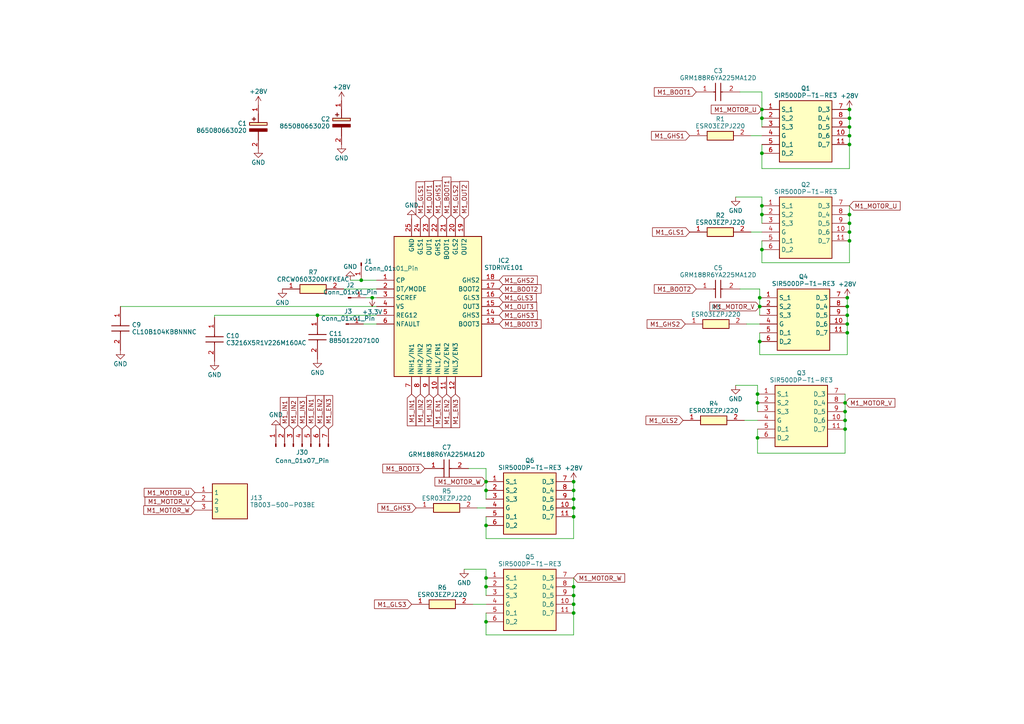
<source format=kicad_sch>
(kicad_sch (version 20230121) (generator eeschema)
  (paper "A4")
  (lib_symbols
    (symbol "865080663020:865080663020" (pin_names hide)
      (property "Reference" "C" (at 8.89 6.35 0))
      (property "Value" "865080663020" (at 8.89 3.81 0))
      (symbol "865080663020_1_1"
        (polyline (pts (xy 2.54 0) (xy 5.08 0)) (stroke (width 0.254)))
        (polyline (pts (xy 4.064 1.778) (xy 4.064 0.762)) (stroke (width 0.254)))
        (polyline (pts (xy 4.572 1.27) (xy 3.556 1.27)) (stroke (width 0.254)))
        (polyline (pts (xy 7.62 0) (xy 10.16 0)) (stroke (width 0.254)))
        (polyline (pts (xy 7.62 2.54) (xy 7.62 -2.54) (xy 6.858 -2.54) (xy 6.858 2.54) (xy 7.62 2.54)) (stroke (width 0.254)) (fill (type outline)))
        (rectangle (start 5.08 2.54) (end 5.842 -2.54) (stroke (width 0.254)) (fill (type background)))
        (pin passive line (at 0 0 0) (length 2.54) (name "+") (number "1"))
        (pin passive line (at 12.7 0 180) (length 2.54) (name "-") (number "2"))
      )
    )
    (symbol "885012207100:885012207100" (pin_names hide)
      (property "Reference" "C" (at 8.89 6.35 0))
      (property "Value" "885012207100" (at 8.89 3.81 0))
      (symbol "885012207100_1_1"
        (polyline (pts (xy 5.08 0) (xy 5.588 0)) (stroke (width 0.254)))
        (polyline (pts (xy 5.588 2.54) (xy 5.588 -2.54)) (stroke (width 0.254)))
        (polyline (pts (xy 7.112 0) (xy 7.62 0)) (stroke (width 0.254)))
        (polyline (pts (xy 7.112 2.54) (xy 7.112 -2.54)) (stroke (width 0.254)))
        (pin passive line (at 0 0 0) (length 5.08) (name "1") (number "1"))
        (pin passive line (at 12.7 0 180) (length 5.08) (name "2") (number "2"))
      )
    )
    (symbol "C3216X5R1V226M160AC:C3216X5R1V226M160AC" (pin_names hide)
      (property "Reference" "C" (at 8.89 6.35 0))
      (property "Value" "C3216X5R1V226M160AC" (at 8.89 3.81 0))
      (symbol "C3216X5R1V226M160AC_1_1"
        (polyline (pts (xy 5.08 0) (xy 5.588 0)) (stroke (width 0.254)))
        (polyline (pts (xy 5.588 2.54) (xy 5.588 -2.54)) (stroke (width 0.254)))
        (polyline (pts (xy 7.112 0) (xy 7.62 0)) (stroke (width 0.254)))
        (polyline (pts (xy 7.112 2.54) (xy 7.112 -2.54)) (stroke (width 0.254)))
        (pin passive line (at 0 0 0) (length 5.08) (name "1") (number "1"))
        (pin passive line (at 12.7 0 180) (length 5.08) (name "2") (number "2"))
      )
    )
    (symbol "CL10B104KB8NNNC:CL10B104KB8NNNC" (pin_names hide)
      (property "Reference" "C" (at 8.89 6.35 0))
      (property "Value" "CL10B104KB8NNNC" (at 8.89 3.81 0))
      (symbol "CL10B104KB8NNNC_1_1"
        (polyline (pts (xy 5.08 0) (xy 5.588 0)) (stroke (width 0.254)))
        (polyline (pts (xy 5.588 2.54) (xy 5.588 -2.54)) (stroke (width 0.254)))
        (polyline (pts (xy 7.112 0) (xy 7.62 0)) (stroke (width 0.254)))
        (polyline (pts (xy 7.112 2.54) (xy 7.112 -2.54)) (stroke (width 0.254)))
        (pin passive line (at 0 0 0) (length 5.08) (name "1") (number "1"))
        (pin passive line (at 12.7 0 180) (length 5.08) (name "2") (number "2"))
      )
    )
    (symbol "CRCW0603200KFKEAC:CRCW0603200KFKEAC" (pin_names hide)
      (property "Reference" "R" (at 13.97 6.35 0))
      (property "Value" "CRCW0603200KFKEAC" (at 13.97 3.81 0))
      (symbol "CRCW0603200KFKEAC_1_1"
        (rectangle (start 5.08 1.27) (end 12.7 -1.27) (stroke (width 0.254)) (fill (type background)))
        (pin passive line (at 0 0 0) (length 5.08) (name "1") (number "1"))
        (pin passive line (at 17.78 0 180) (length 5.08) (name "2") (number "2"))
      )
    )
    (symbol "Connector:Conn_01x01_Pin" (pin_names (offset 1.016) hide)
      (property "Reference" "J" (at 0 2.54 0))
      (property "Value" "Conn_01x01_Pin" (at 0 -2.54 0))
      (symbol "Conn_01x01_Pin_1_1"
        (polyline (pts (xy 1.27 0) (xy 0.8636 0)) (stroke (width 0.1524)))
        (rectangle (start 0.8636 0.127) (end 0 -0.127) (stroke (width 0.1524)) (fill (type outline)))
        (pin passive line (at 5.08 0 180) (length 3.81) (name "Pin_1") (number "1"))
      )
    )
    (symbol "Connector:Conn_01x07_Pin" (pin_names (offset 1.016) hide)
      (property "Reference" "J" (at 0 10.16 0))
      (property "Value" "Conn_01x07_Pin" (at 0 -10.16 0))
      (symbol "Conn_01x07_Pin_1_1"
        (polyline (pts (xy 1.27 -7.62) (xy 0.8636 -7.62)) (stroke (width 0.1524)))
        (polyline (pts (xy 1.27 -5.08) (xy 0.8636 -5.08)) (stroke (width 0.1524)))
        (polyline (pts (xy 1.27 -2.54) (xy 0.8636 -2.54)) (stroke (width 0.1524)))
        (polyline (pts (xy 1.27 0) (xy 0.8636 0)) (stroke (width 0.1524)))
        (polyline (pts (xy 1.27 2.54) (xy 0.8636 2.54)) (stroke (width 0.1524)))
        (polyline (pts (xy 1.27 5.08) (xy 0.8636 5.08)) (stroke (width 0.1524)))
        (polyline (pts (xy 1.27 7.62) (xy 0.8636 7.62)) (stroke (width 0.1524)))
        (rectangle (start 0.8636 -7.493) (end 0 -7.747) (stroke (width 0.1524)) (fill (type outline)))
        (rectangle (start 0.8636 -4.953) (end 0 -5.207) (stroke (width 0.1524)) (fill (type outline)))
        (rectangle (start 0.8636 -2.413) (end 0 -2.667) (stroke (width 0.1524)) (fill (type outline)))
        (rectangle (start 0.8636 0.127) (end 0 -0.127) (stroke (width 0.1524)) (fill (type outline)))
        (rectangle (start 0.8636 2.667) (end 0 2.413) (stroke (width 0.1524)) (fill (type outline)))
        (rectangle (start 0.8636 5.207) (end 0 4.953) (stroke (width 0.1524)) (fill (type outline)))
        (rectangle (start 0.8636 7.747) (end 0 7.493) (stroke (width 0.1524)) (fill (type outline)))
        (pin passive line (at 5.08 7.62 180) (length 3.81) (name "Pin_1") (number "1"))
        (pin passive line (at 5.08 5.08 180) (length 3.81) (name "Pin_2") (number "2"))
        (pin passive line (at 5.08 2.54 180) (length 3.81) (name "Pin_3") (number "3"))
        (pin passive line (at 5.08 0 180) (length 3.81) (name "Pin_4") (number "4"))
        (pin passive line (at 5.08 -2.54 180) (length 3.81) (name "Pin_5") (number "5"))
        (pin passive line (at 5.08 -5.08 180) (length 3.81) (name "Pin_6") (number "6"))
        (pin passive line (at 5.08 -7.62 180) (length 3.81) (name "Pin_7") (number "7"))
      )
    )
    (symbol "ESR03EZPJ220:ESR03EZPJ220" (pin_names hide)
      (property "Reference" "R" (at 13.97 6.35 0))
      (property "Value" "ESR03EZPJ220" (at 13.97 3.81 0))
      (symbol "ESR03EZPJ220_1_1"
        (rectangle (start 5.08 1.27) (end 12.7 -1.27) (stroke (width 0.254)) (fill (type background)))
        (pin passive line (at 0 0 0) (length 5.08) (name "1") (number "1"))
        (pin passive line (at 17.78 0 180) (length 5.08) (name "2") (number "2"))
      )
    )
    (symbol "GRM188R6YA225MA12D:GRM188R6YA225MA12D" (pin_names hide)
      (property "Reference" "C" (at 8.89 6.35 0))
      (property "Value" "GRM188R6YA225MA12D" (at 8.89 3.81 0))
      (symbol "GRM188R6YA225MA12D_1_1"
        (polyline (pts (xy 5.08 0) (xy 5.588 0)) (stroke (width 0.254)))
        (polyline (pts (xy 5.588 2.54) (xy 5.588 -2.54)) (stroke (width 0.254)))
        (polyline (pts (xy 7.112 0) (xy 7.62 0)) (stroke (width 0.254)))
        (polyline (pts (xy 7.112 2.54) (xy 7.112 -2.54)) (stroke (width 0.254)))
        (pin passive line (at 0 0 0) (length 5.08) (name "1") (number "1"))
        (pin passive line (at 12.7 0 180) (length 5.08) (name "2") (number "2"))
      )
    )
    (symbol "SIR500DP-T1-RE3:SIR500DP-T1-RE3"
      (property "Reference" "Q" (at 21.59 7.62 0))
      (property "Value" "SIR500DP-T1-RE3" (at 21.59 5.08 0))
      (symbol "SIR500DP-T1-RE3_1_1"
        (rectangle (start 5.08 2.54) (end 20.32 -15.24) (stroke (width 0.254)) (fill (type background)))
        (pin passive line (at 0 0 0) (length 5.08) (name "S_1") (number "1"))
        (pin passive line (at 25.4 -7.62 180) (length 5.08) (name "D_6") (number "10"))
        (pin passive line (at 25.4 -10.16 180) (length 5.08) (name "D_7") (number "11"))
        (pin passive line (at 0 -2.54 0) (length 5.08) (name "S_2") (number "2"))
        (pin passive line (at 0 -5.08 0) (length 5.08) (name "S_3") (number "3"))
        (pin passive line (at 0 -7.62 0) (length 5.08) (name "G") (number "4"))
        (pin passive line (at 0 -10.16 0) (length 5.08) (name "D_1") (number "5"))
        (pin passive line (at 0 -12.7 0) (length 5.08) (name "D_2") (number "6"))
        (pin passive line (at 25.4 0 180) (length 5.08) (name "D_3") (number "7"))
        (pin passive line (at 25.4 -2.54 180) (length 5.08) (name "D_4") (number "8"))
        (pin passive line (at 25.4 -5.08 180) (length 5.08) (name "D_5") (number "9"))
      )
    )
    (symbol "STDRIVE101:STDRIVE101"
      (property "Reference" "IC" (at 31.75 17.78 0))
      (property "Value" "STDRIVE101" (at 31.75 15.24 0))
      (symbol "STDRIVE101_1_1"
        (rectangle (start 5.08 12.7) (end 30.48 -27.94) (stroke (width 0.254)) (fill (type background)))
        (pin passive line (at 0 0 0) (length 5.08) (name "CP") (number "1"))
        (pin passive line (at 17.78 -33.02 90) (length 5.08) (name "INL1/EN1") (number "10"))
        (pin passive line (at 20.32 -33.02 90) (length 5.08) (name "INL2/EN2") (number "11"))
        (pin passive line (at 22.86 -33.02 90) (length 5.08) (name "INL3/EN3") (number "12"))
        (pin passive line (at 35.56 -12.7 180) (length 5.08) (name "BOOT3") (number "13"))
        (pin passive line (at 35.56 -10.16 180) (length 5.08) (name "GHS3") (number "14"))
        (pin passive line (at 35.56 -7.62 180) (length 5.08) (name "OUT3") (number "15"))
        (pin passive line (at 35.56 -5.08 180) (length 5.08) (name "GLS3") (number "16"))
        (pin passive line (at 35.56 -2.54 180) (length 5.08) (name "BOOT2") (number "17"))
        (pin passive line (at 35.56 0 180) (length 5.08) (name "GHS2") (number "18"))
        (pin passive line (at 25.4 17.78 270) (length 5.08) (name "OUT2") (number "19"))
        (pin passive line (at 0 -2.54 0) (length 5.08) (name "DT/MODE") (number "2"))
        (pin passive line (at 22.86 17.78 270) (length 5.08) (name "GLS2") (number "20"))
        (pin passive line (at 20.32 17.78 270) (length 5.08) (name "BOOT1") (number "21"))
        (pin passive line (at 17.78 17.78 270) (length 5.08) (name "GHS1") (number "22"))
        (pin passive line (at 15.24 17.78 270) (length 5.08) (name "OUT1") (number "23"))
        (pin passive line (at 12.7 17.78 270) (length 5.08) (name "GLS1") (number "24"))
        (pin passive line (at 10.16 17.78 270) (length 5.08) (name "GND") (number "25"))
        (pin passive line (at 0 -5.08 0) (length 5.08) (name "SCREF") (number "3"))
        (pin passive line (at 0 -7.62 0) (length 5.08) (name "VS") (number "4"))
        (pin passive line (at 0 -10.16 0) (length 5.08) (name "REG12") (number "5"))
        (pin passive line (at 0 -12.7 0) (length 5.08) (name "NFAULT") (number "6"))
        (pin passive line (at 10.16 -33.02 90) (length 5.08) (name "INH1/IN1") (number "7"))
        (pin passive line (at 12.7 -33.02 90) (length 5.08) (name "INH2/IN2") (number "8"))
        (pin passive line (at 15.24 -33.02 90) (length 5.08) (name "INH3/IN3") (number "9"))
      )
    )
    (symbol "TB003-500-P03BE:TB003-500-P03BE"
      (property "Reference" "J" (at 16.51 7.62 0))
      (property "Value" "TB003-500-P03BE" (at 16.51 5.08 0))
      (symbol "TB003-500-P03BE_1_1"
        (rectangle (start 5.08 2.54) (end 15.24 -7.62) (stroke (width 0.254)) (fill (type background)))
        (pin passive line (at 0 0 0) (length 5.08) (name "1") (number "1"))
        (pin passive line (at 0 -2.54 0) (length 5.08) (name "2") (number "2"))
        (pin passive line (at 0 -5.08 0) (length 5.08) (name "3") (number "3"))
      )
    )
    (symbol "power:+28V" (power) (pin_names (offset 0))
      (property "Value" "+28V" (at 0 3.81 0))
      (symbol "+28V_0_1"
        (polyline (pts (xy -0.762 1.27) (xy 0 2.54)))
        (polyline (pts (xy 0 0) (xy 0 2.54)))
        (polyline (pts (xy 0 2.54) (xy 0.762 1.27)))
      )
      (symbol "+28V_1_1"
        (pin power_in line (at 0 0 90) (length 0) hide (name "+28V") (number "1"))
      )
    )
    (symbol "power:+3.3V" (power) (pin_names (offset 0))
      (property "Value" "+3.3V" (at 0 3.556 0))
      (symbol "+3.3V_0_1"
        (polyline (pts (xy -0.762 1.27) (xy 0 2.54)))
        (polyline (pts (xy 0 0) (xy 0 2.54)))
        (polyline (pts (xy 0 2.54) (xy 0.762 1.27)))
      )
      (symbol "+3.3V_1_1"
        (pin power_in line (at 0 0 90) (length 0) hide (name "+3.3V") (number "1"))
      )
    )
    (symbol "power:GND" (power) (pin_names (offset 0))
      (property "Value" "GND" (at 0 -3.81 0))
      (symbol "GND_0_1"
        (polyline (pts (xy 0 0) (xy 0 -1.27) (xy 1.27 -1.27) (xy 0 -2.54) (xy -1.27 -1.27) (xy 0 -1.27)))
      )
      (symbol "GND_1_1"
        (pin power_in line (at 0 0 270) (length 0) hide (name "GND") (number "1"))
      )
    )
  )
  (junction (at 245.745 93.98))
  (junction (at 140.97 142.24))
  (junction (at 220.98 72.39))
  (junction (at 166.37 142.24))
  (junction (at 246.38 41.91))
  (junction (at 219.71 116.84))
  (junction (at 220.98 59.69))
  (junction (at 246.38 62.23))
  (junction (at 166.37 149.86))
  (junction (at 246.38 31.75))
  (junction (at 140.97 139.7))
  (junction (at 246.38 36.83))
  (junction (at 140.97 180.34))
  (junction (at 219.71 114.3))
  (junction (at 166.37 172.72))
  (junction (at 220.345 99.06))
  (junction (at 220.98 34.29))
  (junction (at 246.38 34.29))
  (junction (at 220.345 88.9))
  (junction (at 166.37 170.18))
  (junction (at 245.745 86.36))
  (junction (at 245.745 96.52))
  (junction (at 246.38 39.37))
  (junction (at 166.37 175.26))
  (junction (at 140.97 167.64))
  (junction (at 140.97 152.4))
  (junction (at 104.775 81.28))
  (junction (at 92.075 91.44))
  (junction (at 220.98 44.45))
  (junction (at 245.745 91.44))
  (junction (at 220.98 62.23))
  (junction (at 166.37 144.78))
  (junction (at 140.97 170.18))
  (junction (at 219.71 127))
  (junction (at 245.11 119.38))
  (junction (at 246.38 64.77))
  (junction (at 107.95 86.36))
  (junction (at 245.745 88.9))
  (junction (at 220.345 86.36))
  (junction (at 246.38 69.85))
  (junction (at 166.37 139.7))
  (junction (at 166.37 177.8))
  (junction (at 246.38 67.31))
  (junction (at 245.11 116.84))
  (junction (at 245.11 121.92))
  (junction (at 166.37 147.32))
  (junction (at 220.98 31.75))
  (junction (at 245.11 124.46))
  (wire (pts (xy 140.97 156.21) (xy 166.37 156.21)))
  (wire (pts (xy 140.97 177.8) (xy 140.97 180.34)))
  (wire (pts (xy 213.36 111.76) (xy 219.71 111.76)))
  (wire (pts (xy 246.38 62.23) (xy 246.38 59.69)))
  (wire (pts (xy 220.345 86.36) (xy 220.345 88.9)))
  (wire (pts (xy 34.925 88.9) (xy 109.22 88.9)))
  (wire (pts (xy 166.37 144.78) (xy 166.37 142.24)))
  (wire (pts (xy 140.97 167.64) (xy 140.97 170.18)))
  (wire (pts (xy 220.98 59.69) (xy 220.98 62.23)))
  (wire (pts (xy 134.62 165.1) (xy 140.97 165.1)))
  (wire (pts (xy 214.63 83.82) (xy 220.345 83.82)))
  (wire (pts (xy 245.11 124.46) (xy 245.11 121.92)))
  (wire (pts (xy 220.98 34.29) (xy 220.98 36.83)))
  (wire (pts (xy 220.345 99.06) (xy 220.345 102.87)))
  (wire (pts (xy 220.345 96.52) (xy 220.345 99.06)))
  (wire (pts (xy 246.38 48.895) (xy 246.38 41.91)))
  (wire (pts (xy 220.345 83.82) (xy 220.345 86.36)))
  (wire (pts (xy 245.11 116.84) (xy 245.11 114.3)))
  (wire (pts (xy 220.98 76.2) (xy 246.38 76.2)))
  (wire (pts (xy 246.38 64.77) (xy 246.38 62.23)))
  (wire (pts (xy 137.16 175.26) (xy 140.97 175.26)))
  (wire (pts (xy 246.38 69.85) (xy 246.38 67.31)))
  (wire (pts (xy 245.745 91.44) (xy 245.745 88.9)))
  (wire (pts (xy 140.97 139.7) (xy 140.97 142.24)))
  (wire (pts (xy 140.97 165.1) (xy 140.97 167.64)))
  (wire (pts (xy 245.11 131.445) (xy 245.11 124.46)))
  (wire (pts (xy 138.43 147.32) (xy 140.97 147.32)))
  (wire (pts (xy 166.37 184.15) (xy 166.37 177.8)))
  (wire (pts (xy 106.045 86.36) (xy 107.95 86.36)))
  (wire (pts (xy 245.745 88.9) (xy 245.745 86.36)))
  (wire (pts (xy 246.38 36.83) (xy 246.38 34.29)))
  (wire (pts (xy 220.98 69.85) (xy 220.98 72.39)))
  (wire (pts (xy 219.71 124.46) (xy 219.71 127)))
  (wire (pts (xy 214.63 26.67) (xy 220.98 26.67)))
  (wire (pts (xy 140.97 142.24) (xy 140.97 144.78)))
  (wire (pts (xy 220.98 31.75) (xy 220.98 34.29)))
  (wire (pts (xy 135.89 135.89) (xy 140.97 135.89)))
  (wire (pts (xy 92.075 91.44) (xy 62.23 91.44)))
  (wire (pts (xy 219.71 131.445) (xy 245.11 131.445)))
  (wire (pts (xy 140.97 170.18) (xy 140.97 172.72)))
  (wire (pts (xy 245.745 96.52) (xy 245.745 93.98)))
  (wire (pts (xy 246.38 67.31) (xy 246.38 64.77)))
  (wire (pts (xy 246.38 41.91) (xy 246.38 39.37)))
  (wire (pts (xy 246.38 39.37) (xy 246.38 36.83)))
  (wire (pts (xy 245.745 102.87) (xy 245.745 96.52)))
  (wire (pts (xy 245.11 119.38) (xy 245.11 116.84)))
  (wire (pts (xy 220.98 57.15) (xy 220.98 59.69)))
  (wire (pts (xy 219.71 111.76) (xy 219.71 114.3)))
  (wire (pts (xy 101.6 81.28) (xy 104.775 81.28)))
  (wire (pts (xy 99.695 83.82) (xy 109.22 83.82)))
  (wire (pts (xy 219.71 116.84) (xy 219.71 119.38)))
  (wire (pts (xy 166.37 147.32) (xy 166.37 144.78)))
  (wire (pts (xy 220.98 48.895) (xy 246.38 48.895)))
  (wire (pts (xy 217.805 67.31) (xy 220.98 67.31)))
  (wire (pts (xy 245.11 121.92) (xy 245.11 119.38)))
  (wire (pts (xy 166.37 142.24) (xy 166.37 139.7)))
  (wire (pts (xy 245.745 93.98) (xy 245.745 91.44)))
  (wire (pts (xy 140.97 152.4) (xy 140.97 156.21)))
  (wire (pts (xy 246.38 76.2) (xy 246.38 69.85)))
  (wire (pts (xy 220.98 26.67) (xy 220.98 31.75)))
  (wire (pts (xy 166.37 175.26) (xy 166.37 172.72)))
  (wire (pts (xy 220.345 88.9) (xy 220.345 91.44)))
  (wire (pts (xy 62.23 91.44) (xy 62.23 92.075)))
  (wire (pts (xy 220.98 41.91) (xy 220.98 44.45)))
  (wire (pts (xy 220.98 44.45) (xy 220.98 48.895)))
  (wire (pts (xy 109.22 91.44) (xy 92.075 91.44)))
  (wire (pts (xy 217.805 39.37) (xy 220.98 39.37)))
  (wire (pts (xy 166.37 170.18) (xy 166.37 167.64)))
  (wire (pts (xy 166.37 172.72) (xy 166.37 170.18)))
  (wire (pts (xy 220.98 62.23) (xy 220.98 64.77)))
  (wire (pts (xy 105.41 93.98) (xy 109.22 93.98)))
  (wire (pts (xy 219.71 127) (xy 219.71 131.445)))
  (wire (pts (xy 107.95 86.36) (xy 109.22 86.36)))
  (wire (pts (xy 215.9 121.92) (xy 219.71 121.92)))
  (wire (pts (xy 246.38 34.29) (xy 246.38 31.75)))
  (wire (pts (xy 140.97 149.86) (xy 140.97 152.4)))
  (wire (pts (xy 213.36 57.15) (xy 220.98 57.15)))
  (wire (pts (xy 220.345 102.87) (xy 245.745 102.87)))
  (wire (pts (xy 166.37 149.86) (xy 166.37 147.32)))
  (wire (pts (xy 219.71 114.3) (xy 219.71 116.84)))
  (wire (pts (xy 216.535 93.98) (xy 220.345 93.98)))
  (wire (pts (xy 166.37 156.21) (xy 166.37 149.86)))
  (wire (pts (xy 140.97 180.34) (xy 140.97 184.15)))
  (wire (pts (xy 104.775 81.28) (xy 109.22 81.28)))
  (wire (pts (xy 220.98 72.39) (xy 220.98 76.2)))
  (wire (pts (xy 166.37 177.8) (xy 166.37 175.26)))
  (wire (pts (xy 140.97 184.15) (xy 166.37 184.15)))
  (wire (pts (xy 140.97 135.89) (xy 140.97 139.7)))
  (global_label "M1_BOOT3" (shape input) (at 144.78 93.98 0) (property "Intersheetrefs" "${INTERSHEET_REFS}" (effects hide)))
  (global_label "M1_EN2" (shape input) (at 92.71 124.46 90) (property "Intersheetrefs" "${INTERSHEET_REFS}" (effects hide)))
  (global_label "M1_BOOT3" (shape input) (at 123.19 135.89 180) (property "Intersheetrefs" "${INTERSHEET_REFS}" (effects hide)))
  (global_label "M1_GHS3" (shape input) (at 144.78 91.44 0) (property "Intersheetrefs" "${INTERSHEET_REFS}" (effects hide)))
  (global_label "M1_EN3" (shape input) (at 95.25 124.46 90) (property "Intersheetrefs" "${INTERSHEET_REFS}" (effects hide)))
  (global_label "M1_MOTOR_W" (shape input) (at 166.37 167.64 0) (property "Intersheetrefs" "${INTERSHEET_REFS}" (effects hide)))
  (global_label "M1_GLS1" (shape input) (at 121.92 63.5 90) (property "Intersheetrefs" "${INTERSHEET_REFS}" (effects hide)))
  (global_label "M1_GLS2" (shape input) (at 198.12 121.92 180) (property "Intersheetrefs" "${INTERSHEET_REFS}" (effects hide)))
  (global_label "M1_GLS3" (shape input) (at 144.78 86.36 0) (property "Intersheetrefs" "${INTERSHEET_REFS}" (effects hide)))
  (global_label "M1_EN1" (shape input) (at 90.17 124.46 90) (property "Intersheetrefs" "${INTERSHEET_REFS}" (effects hide)))
  (global_label "M1_GHS1" (shape input) (at 127 63.5 90) (property "Intersheetrefs" "${INTERSHEET_REFS}" (effects hide)))
  (global_label "M1_GLS2" (shape input) (at 132.08 63.5 90) (property "Intersheetrefs" "${INTERSHEET_REFS}" (effects hide)))
  (global_label "M1_IN2" (shape input) (at 85.09 124.46 90) (property "Intersheetrefs" "${INTERSHEET_REFS}" (effects hide)))
  (global_label "M1_MOTOR_V" (shape input) (at 245.11 116.84 0) (property "Intersheetrefs" "${INTERSHEET_REFS}" (effects hide)))
  (global_label "M1_IN3" (shape input) (at 87.63 124.46 90) (property "Intersheetrefs" "${INTERSHEET_REFS}" (effects hide)))
  (global_label "M1_BOOT1" (shape input) (at 201.93 26.67 180) (property "Intersheetrefs" "${INTERSHEET_REFS}" (effects hide)))
  (global_label "M1_GHS3" (shape input) (at 120.65 147.32 180) (property "Intersheetrefs" "${INTERSHEET_REFS}" (effects hide)))
  (global_label "M1_EN3" (shape input) (at 132.08 114.3 270) (property "Intersheetrefs" "${INTERSHEET_REFS}" (effects hide)))
  (global_label "M1_MOTOR_W" (shape input) (at 140.97 139.7 180) (property "Intersheetrefs" "${INTERSHEET_REFS}" (effects hide)))
  (global_label "M1_MOTOR_V" (shape input) (at 220.345 88.9 180) (property "Intersheetrefs" "${INTERSHEET_REFS}" (effects hide)))
  (global_label "M1_MOTOR_V" (shape input) (at 56.515 145.415 180) (property "Intersheetrefs" "${INTERSHEET_REFS}" (effects hide)))
  (global_label "M1_GLS1" (shape input) (at 200.025 67.31 180) (property "Intersheetrefs" "${INTERSHEET_REFS}" (effects hide)))
  (global_label "M1_MOTOR_W" (shape input) (at 56.515 147.955 180) (property "Intersheetrefs" "${INTERSHEET_REFS}" (effects hide)))
  (global_label "M1_GLS3" (shape input) (at 119.38 175.26 180) (property "Intersheetrefs" "${INTERSHEET_REFS}" (effects hide)))
  (global_label "M1_IN2" (shape input) (at 121.92 114.3 270) (property "Intersheetrefs" "${INTERSHEET_REFS}" (effects hide)))
  (global_label "M1_OUT1" (shape input) (at 124.46 63.5 90) (property "Intersheetrefs" "${INTERSHEET_REFS}" (effects hide)))
  (global_label "M1_MOTOR_U" (shape input) (at 220.98 31.75 180) (property "Intersheetrefs" "${INTERSHEET_REFS}" (effects hide)))
  (global_label "M1_IN1" (shape input) (at 82.55 124.46 90) (property "Intersheetrefs" "${INTERSHEET_REFS}" (effects hide)))
  (global_label "M1_OUT2" (shape input) (at 134.62 63.5 90) (property "Intersheetrefs" "${INTERSHEET_REFS}" (effects hide)))
  (global_label "M1_GHS2" (shape input) (at 198.755 93.98 180) (property "Intersheetrefs" "${INTERSHEET_REFS}" (effects hide)))
  (global_label "M1_BOOT1" (shape input) (at 129.54 63.5 90) (property "Intersheetrefs" "${INTERSHEET_REFS}" (effects hide)))
  (global_label "M1_BOOT2" (shape input) (at 201.93 83.82 180) (property "Intersheetrefs" "${INTERSHEET_REFS}" (effects hide)))
  (global_label "M1_MOTOR_U" (shape input) (at 246.38 59.69 0) (property "Intersheetrefs" "${INTERSHEET_REFS}" (effects hide)))
  (global_label "M1_EN1" (shape input) (at 127 114.3 270) (property "Intersheetrefs" "${INTERSHEET_REFS}" (effects hide)))
  (global_label "M1_EN2" (shape input) (at 129.54 114.3 270) (property "Intersheetrefs" "${INTERSHEET_REFS}" (effects hide)))
  (global_label "M1_IN3" (shape input) (at 124.46 114.3 270) (property "Intersheetrefs" "${INTERSHEET_REFS}" (effects hide)))
  (global_label "M1_IN1" (shape input) (at 119.38 114.3 270) (property "Intersheetrefs" "${INTERSHEET_REFS}" (effects hide)))
  (global_label "M1_BOOT2" (shape input) (at 144.78 83.82 0) (property "Intersheetrefs" "${INTERSHEET_REFS}" (effects hide)))
  (global_label "M1_OUT3" (shape input) (at 144.78 88.9 0) (property "Intersheetrefs" "${INTERSHEET_REFS}" (effects hide)))
  (global_label "M1_MOTOR_U" (shape input) (at 56.515 142.875 180) (property "Intersheetrefs" "${INTERSHEET_REFS}" (effects hide)))
  (global_label "M1_GHS1" (shape input) (at 200.025 39.37 180) (property "Intersheetrefs" "${INTERSHEET_REFS}" (effects hide)))
  (global_label "M1_GHS2" (shape input) (at 144.78 81.28 0) (property "Intersheetrefs" "${INTERSHEET_REFS}" (effects hide)))
  (symbol (lib_id "power:GND") (at 134.62 165.1 0) (unit 1)
    (property "Reference" "#PWR061" (effects hide))
    (property "Value" "GND" (at 134.62 169.045 0))
    (instances (project "GoodBotControlBoard" (path "" (reference "#PWR061") (unit 1)) (path "" (reference "#PWR053") (unit 1))))
  )
  (symbol (lib_id "ESR03EZPJ220:ESR03EZPJ220") (at 200.025 39.37 0) (unit 1)
    (property "Reference" "R1" (at 208.915 34.52 0))
    (property "Value" "ESR03EZPJ220" (at 208.915 36.568 0))
    (property "Footprint" "SamacSysLibrary:RESC1608X55N" (effects hide))
    (property "Datasheet" "https://componentsearchengine.com/Datasheets/2/ESR03EZPJ220.pdf" (effects hide))
    (property "Height" "0.55" (effects hide))
    (property "Manufacturer_Name" "ROHM Semiconductor" (effects hide))
    (property "Manufacturer_Part_Number" "ESR03EZPJ220" (effects hide))
    (property "Mouser Part Number" "755-ESR03EZPJ220" (effects hide))
    (property "Mouser Price/Stock" "https://www.mouser.co.uk/ProductDetail/ROHM-Semiconductor/ESR03EZPJ220?qs=DyUWGjl%252BcVu91Z0We5GZng%3D%3D" (effects hide))
    (property "Arrow Part Number" "ESR03EZPJ220" (effects hide))
    (property "Arrow Price/Stock" "https://www.arrow.com/en/products/esr03ezpj220/rohm-semiconductor" (effects hide))
    (instances (project "GoodBotControlBoard" (path "" (reference "R1") (unit 1)) (path "" (reference "R17") (unit 1))))
  )
  (symbol (lib_id "power:GND") (at 213.36 111.76 0) (unit 1)
    (property "Reference" "#PWR053" (effects hide))
    (property "Value" "GND" (at 213.36 115.705 0))
    (instances (project "GoodBotControlBoard" (path "" (reference "#PWR053") (unit 1)) (path "" (reference "#PWR056") (unit 1))))
  )
  (symbol (lib_id "ESR03EZPJ220:ESR03EZPJ220") (at 119.38 175.26 0) (unit 1)
    (property "Reference" "R6" (at 128.27 170.41 0))
    (property "Value" "ESR03EZPJ220" (at 128.27 172.458 0))
    (property "Footprint" "SamacSysLibrary:RESC1608X55N" (effects hide))
    (property "Datasheet" "https://componentsearchengine.com/Datasheets/2/ESR03EZPJ220.pdf" (effects hide))
    (property "Height" "0.55" (effects hide))
    (property "Manufacturer_Name" "ROHM Semiconductor" (effects hide))
    (property "Manufacturer_Part_Number" "ESR03EZPJ220" (effects hide))
    (property "Mouser Part Number" "755-ESR03EZPJ220" (effects hide))
    (property "Mouser Price/Stock" "https://www.mouser.co.uk/ProductDetail/ROHM-Semiconductor/ESR03EZPJ220?qs=DyUWGjl%252BcVu91Z0We5GZng%3D%3D" (effects hide))
    (property "Arrow Part Number" "ESR03EZPJ220" (effects hide))
    (property "Arrow Price/Stock" "https://www.arrow.com/en/products/esr03ezpj220/rohm-semiconductor" (effects hide))
    (instances (project "GoodBotControlBoard" (path "" (reference "R6") (unit 1)) (path "" (reference "R13") (unit 1))))
  )
  (symbol (lib_id "power:GND") (at 92.075 104.14 0) (unit 1)
    (property "Reference" "#PWR08" (effects hide))
    (property "Value" "GND" (at 92.075 108.085 0))
    (instances (project "GoodBotControlBoard" (path "" (reference "#PWR08") (unit 1)) (path "" (reference "#PWR048") (unit 1))))
  )
  (symbol (lib_id "power:+28V") (at 99.06 29.21 0) (mirror y) (unit 1)
    (property "Reference" "#PWR03" (effects hide))
    (property "Value" "+28V" (at 99.06 25.265 0))
    (instances (project "GoodBotControlBoard" (path "" (reference "#PWR03") (unit 1)) (path "" (reference "#PWR049") (unit 1))))
  )
  (symbol (lib_id "Connector:Conn_01x07_Pin") (at 87.63 129.54 90) (unit 1)
    (property "Reference" "J30" (at 87.63 131.2093 90))
    (property "Value" "Conn_01x07_Pin" (at 87.63 133.6335 90))
    (property "Footprint" "Connector_PinHeader_2.54mm:PinHeader_1x07_P2.54mm_Vertical_SMD_Pin1Left" (effects hide))
    (instances (project "GoodBotControlBoard" (path "" (reference "J30") (unit 1)) (path "" (reference "J31") (unit 1)) (path "" (reference "J16") (unit 1))))
  )
  (symbol (lib_id "885012207100:885012207100") (at 92.075 91.44 270) (unit 1)
    (property "Reference" "C11" (at 95.377 96.766 90) (effects (justify left)))
    (property "Value" "885012207100" (at 95.377 98.814 90) (effects (justify left)))
    (property "Footprint" "SamacSysLibrary:CAPC2012X135N" (effects hide))
    (property "Datasheet" "https://katalog.we-online.com/pbs/datasheet/885012207100.pdf" (effects hide))
    (property "Height" "1.35" (effects hide))
    (property "Manufacturer_Name" "Wurth Elektronik" (effects hide))
    (property "Manufacturer_Part_Number" "885012207100" (effects hide))
    (property "Mouser Part Number" "710-885012207100" (effects hide))
    (property "Mouser Price/Stock" "https://www.mouser.co.uk/ProductDetail/Wurth-Elektronik/885012207100?qs=0KOYDY2FL28gx73pQkeRCQ%3D%3D" (effects hide))
    (instances (project "GoodBotControlBoard" (path "" (reference "C11") (unit 1)) (path "" (reference "C20") (unit 1))))
  )
  (symbol (lib_id "power:GND") (at 80.01 124.46 180) (unit 1)
    (property "Reference" "#PWR0135" (effects hide))
    (property "Value" "GND" (at 80.01 120.3269 0))
    (instances (project "GoodBotControlBoard" (path "" (reference "#PWR0135") (unit 1)) (path "" (reference "#PWR0136") (unit 1)) (path "" (reference "#PWR046") (unit 1))))
  )
  (symbol (lib_id "power:GND") (at 74.93 43.18 0) (mirror y) (unit 1)
    (property "Reference" "#PWR02" (effects hide))
    (property "Value" "GND" (at 74.93 47.125 0))
    (instances (project "GoodBotControlBoard" (path "" (reference "#PWR02") (unit 1)) (path "" (reference "#PWR045") (unit 1))))
  )
  (symbol (lib_id "Connector:Conn_01x01_Pin") (at 104.775 76.2 270) (unit 1)
    (property "Reference" "J1" (at 105.6132 75.811 90) (effects (justify left)))
    (property "Value" "Conn_01x01_Pin" (at 105.6132 77.859 90) (effects (justify left)))
    (property "Footprint" "Connector_PinHeader_2.54mm:PinHeader_1x01_P2.54mm_Vertical" (effects hide))
    (instances (project "GoodBotControlBoard" (path "" (reference "J1") (unit 1)) (path "" (reference "J19") (unit 1))))
  )
  (symbol (lib_id "power:+28V") (at 74.93 30.48 0) (mirror y) (unit 1)
    (property "Reference" "#PWR01" (effects hide))
    (property "Value" "+28V" (at 74.93 26.535 0))
    (instances (project "GoodBotControlBoard" (path "" (reference "#PWR01") (unit 1)) (path "" (reference "#PWR044") (unit 1))))
  )
  (symbol (lib_id "SIR500DP-T1-RE3:SIR500DP-T1-RE3") (at 220.98 31.75 0) (unit 1)
    (property "Reference" "Q1" (at 233.68 25.63 0))
    (property "Value" "SIR500DP-T1-RE3" (at 233.68 27.678 0))
    (property "Footprint" "SamacSysLibrary:SIR500DPT1RE3" (effects hide))
    (property "Datasheet" "https://www.vishay.com/docs/66840/sir500dp.pdf" (effects hide))
    (property "Height" "1.17" (effects hide))
    (property "Manufacturer_Name" "Vishay" (effects hide))
    (property "Manufacturer_Part_Number" "SIR500DP-T1-RE3" (effects hide))
    (property "Mouser Part Number" "78-SIR500DP-T1-RE3" (effects hide))
    (property "Mouser Price/Stock" "https://www.mouser.co.uk/ProductDetail/Vishay-Siliconix/SIR500DP-T1-RE3?qs=CiayqK2gdcKgJcjAZin73w%3D%3D" (effects hide))
    (property "Arrow Part Number" "SIR500DP-T1-RE3" (effects hide))
    (property "Arrow Price/Stock" "https://www.arrow.com/en/products/sir500dp-t1-re3/vishay?region=nac" (effects hide))
    (instances (project "GoodBotControlBoard" (path "" (reference "Q1") (unit 1)) (path "" (reference "Q11") (unit 1))))
  )
  (symbol (lib_id "SIR500DP-T1-RE3:SIR500DP-T1-RE3") (at 220.98 59.69 0) (unit 1)
    (property "Reference" "Q2" (at 233.68 53.57 0))
    (property "Value" "SIR500DP-T1-RE3" (at 233.68 55.618 0))
    (property "Footprint" "SamacSysLibrary:SIR500DPT1RE3" (effects hide))
    (property "Datasheet" "https://www.vishay.com/docs/66840/sir500dp.pdf" (effects hide))
    (property "Height" "1.17" (effects hide))
    (property "Manufacturer_Name" "Vishay" (effects hide))
    (property "Manufacturer_Part_Number" "SIR500DP-T1-RE3" (effects hide))
    (property "Mouser Part Number" "78-SIR500DP-T1-RE3" (effects hide))
    (property "Mouser Price/Stock" "https://www.mouser.co.uk/ProductDetail/Vishay-Siliconix/SIR500DP-T1-RE3?qs=CiayqK2gdcKgJcjAZin73w%3D%3D" (effects hide))
    (property "Arrow Part Number" "SIR500DP-T1-RE3" (effects hide))
    (property "Arrow Price/Stock" "https://www.arrow.com/en/products/sir500dp-t1-re3/vishay?region=nac" (effects hide))
    (instances (project "GoodBotControlBoard" (path "" (reference "Q2") (unit 1)) (path "" (reference "Q12") (unit 1))))
  )
  (symbol (lib_id "power:GND") (at 101.6 81.28 180) (unit 1)
    (property "Reference" "#PWR010" (effects hide))
    (property "Value" "GND" (at 101.6 77.335 0))
    (instances (project "GoodBotControlBoard" (path "" (reference "#PWR010") (unit 1)) (path "" (reference "#PWR051") (unit 1))))
  )
  (symbol (lib_id "power:GND") (at 81.915 83.82 0) (unit 1)
    (property "Reference" "#PWR05" (effects hide))
    (property "Value" "GND" (at 81.915 87.765 0))
    (instances (project "GoodBotControlBoard" (path "" (reference "#PWR05") (unit 1)) (path "" (reference "#PWR047") (unit 1))))
  )
  (symbol (lib_id "power:GND") (at 99.06 41.91 0) (mirror y) (unit 1)
    (property "Reference" "#PWR04" (effects hide))
    (property "Value" "GND" (at 99.06 45.855 0))
    (instances (project "GoodBotControlBoard" (path "" (reference "#PWR04") (unit 1)) (path "" (reference "#PWR050") (unit 1))))
  )
  (symbol (lib_id "STDRIVE101:STDRIVE101") (at 109.22 81.28 0) (unit 1)
    (property "Reference" "IC2" (at 146.1275 75.5663 0))
    (property "Value" "STDRIVE101" (at 146.1275 77.6143 0))
    (property "Footprint" "SamacSysLibrary:QFN50P400X400X100-25N-D" (effects hide))
    (property "Datasheet" "http://www.farnell.com/datasheets/3171272.pdf" (effects hide))
    (property "Height" "1" (effects hide))
    (property "Manufacturer_Name" "STMicroelectronics" (effects hide))
    (property "Manufacturer_Part_Number" "STDRIVE101" (effects hide))
    (property "Mouser Part Number" "511-STDRIVE101" (effects hide))
    (property "Mouser Price/Stock" "https://www.mouser.co.uk/ProductDetail/STMicroelectronics/STDRIVE101?qs=xZ%2FP%252Ba9zWqYdY88AYx%252Blxg%3D%3D" (effects hide))
    (property "Arrow Part Number" "STDRIVE101" (effects hide))
    (property "Arrow Price/Stock" "https://www.arrow.com/en/products/stdrive101/stmicroelectronics?region=nac" (effects hide))
    (instances (project "GoodBotControlBoard" (path "" (reference "IC2") (unit 1)) (path "" (reference "IC4") (unit 1))))
  )
  (symbol (lib_id "865080663020:865080663020") (at 74.93 30.48 90) (mirror x) (unit 1)
    (property "Reference" "C1" (at 71.628 35.806 90) (effects (justify left)))
    (property "Value" "865080663020" (at 71.628 37.854 90) (effects (justify left)))
    (property "Footprint" "SamacSysLibrary:CAPAE1600X1700N" (effects hide))
    (property "Datasheet" "https://katalog.we-online.de/pbs/datasheet/865080663020.pdf" (effects hide))
    (property "Height" "17" (effects hide))
    (property "Manufacturer_Name" "Wurth Elektronik" (effects hide))
    (property "Manufacturer_Part_Number" "865080663020" (effects hide))
    (property "Mouser Part Number" "710-865080663020" (effects hide))
    (property "Mouser Price/Stock" "https://www.mouser.co.uk/ProductDetail/Wurth-Elektronik/865080663020?qs=0KOYDY2FL28a%252B9ciq6BiMA%3D%3D" (effects hide))
    (instances (project "GoodBotControlBoard" (path "" (reference "C1") (unit 1)) (path "" (reference "C19") (unit 1))))
  )
  (symbol (lib_id "power:+28V") (at 246.38 31.75 0) (unit 1)
    (property "Reference" "#PWR041" (effects hide))
    (property "Value" "+28V" (at 246.38 27.805 0))
    (instances (project "GoodBotControlBoard" (path "" (reference "#PWR041") (unit 1)) (path "" (reference "#PWR058") (unit 1))))
  )
  (symbol (lib_id "ESR03EZPJ220:ESR03EZPJ220") (at 198.12 121.92 0) (unit 1)
    (property "Reference" "R4" (at 207.01 117.07 0))
    (property "Value" "ESR03EZPJ220" (at 207.01 119.118 0))
    (property "Footprint" "SamacSysLibrary:RESC1608X55N" (effects hide))
    (property "Datasheet" "https://componentsearchengine.com/Datasheets/2/ESR03EZPJ220.pdf" (effects hide))
    (property "Height" "0.55" (effects hide))
    (property "Manufacturer_Name" "ROHM Semiconductor" (effects hide))
    (property "Manufacturer_Part_Number" "ESR03EZPJ220" (effects hide))
    (property "Mouser Part Number" "755-ESR03EZPJ220" (effects hide))
    (property "Mouser Price/Stock" "https://www.mouser.co.uk/ProductDetail/ROHM-Semiconductor/ESR03EZPJ220?qs=DyUWGjl%252BcVu91Z0We5GZng%3D%3D" (effects hide))
    (property "Arrow Part Number" "ESR03EZPJ220" (effects hide))
    (property "Arrow Price/Stock" "https://www.arrow.com/en/products/esr03ezpj220/rohm-semiconductor" (effects hide))
    (instances (project "GoodBotControlBoard" (path "" (reference "R4") (unit 1)) (path "" (reference "R15") (unit 1))))
  )
  (symbol (lib_id "ESR03EZPJ220:ESR03EZPJ220") (at 200.025 67.31 0) (unit 1)
    (property "Reference" "R2" (at 208.915 62.46 0))
    (property "Value" "ESR03EZPJ220" (at 208.915 64.508 0))
    (property "Footprint" "SamacSysLibrary:RESC1608X55N" (effects hide))
    (property "Datasheet" "https://componentsearchengine.com/Datasheets/2/ESR03EZPJ220.pdf" (effects hide))
    (property "Height" "0.55" (effects hide))
    (property "Manufacturer_Name" "ROHM Semiconductor" (effects hide))
    (property "Manufacturer_Part_Number" "ESR03EZPJ220" (effects hide))
    (property "Mouser Part Number" "755-ESR03EZPJ220" (effects hide))
    (property "Mouser Price/Stock" "https://www.mouser.co.uk/ProductDetail/ROHM-Semiconductor/ESR03EZPJ220?qs=DyUWGjl%252BcVu91Z0We5GZng%3D%3D" (effects hide))
    (property "Arrow Part Number" "ESR03EZPJ220" (effects hide))
    (property "Arrow Price/Stock" "https://www.arrow.com/en/products/esr03ezpj220/rohm-semiconductor" (effects hide))
    (instances (project "GoodBotControlBoard" (path "" (reference "R2") (unit 1)) (path "" (reference "R18") (unit 1))))
  )
  (symbol (lib_id "SIR500DP-T1-RE3:SIR500DP-T1-RE3") (at 140.97 167.64 0) (unit 1)
    (property "Reference" "Q5" (at 153.67 161.52 0))
    (property "Value" "SIR500DP-T1-RE3" (at 153.67 163.568 0))
    (property "Footprint" "SamacSysLibrary:SIR500DPT1RE3" (effects hide))
    (property "Datasheet" "https://www.vishay.com/docs/66840/sir500dp.pdf" (effects hide))
    (property "Height" "1.17" (effects hide))
    (property "Manufacturer_Name" "Vishay" (effects hide))
    (property "Manufacturer_Part_Number" "SIR500DP-T1-RE3" (effects hide))
    (property "Mouser Part Number" "78-SIR500DP-T1-RE3" (effects hide))
    (property "Mouser Price/Stock" "https://www.mouser.co.uk/ProductDetail/Vishay-Siliconix/SIR500DP-T1-RE3?qs=CiayqK2gdcKgJcjAZin73w%3D%3D" (effects hide))
    (property "Arrow Part Number" "SIR500DP-T1-RE3" (effects hide))
    (property "Arrow Price/Stock" "https://www.arrow.com/en/products/sir500dp-t1-re3/vishay?region=nac" (effects hide))
    (instances (project "GoodBotControlBoard" (path "" (reference "Q5") (unit 1)) (path "" (reference "Q8") (unit 1))))
  )
  (symbol (lib_id "ESR03EZPJ220:ESR03EZPJ220") (at 198.755 93.98 0) (unit 1)
    (property "Reference" "R3" (at 207.645 89.13 0))
    (property "Value" "ESR03EZPJ220" (at 207.645 91.178 0))
    (property "Footprint" "SamacSysLibrary:RESC1608X55N" (effects hide))
    (property "Datasheet" "https://componentsearchengine.com/Datasheets/2/ESR03EZPJ220.pdf" (effects hide))
    (property "Height" "0.55" (effects hide))
    (property "Manufacturer_Name" "ROHM Semiconductor" (effects hide))
    (property "Manufacturer_Part_Number" "ESR03EZPJ220" (effects hide))
    (property "Mouser Part Number" "755-ESR03EZPJ220" (effects hide))
    (property "Mouser Price/Stock" "https://www.mouser.co.uk/ProductDetail/ROHM-Semiconductor/ESR03EZPJ220?qs=DyUWGjl%252BcVu91Z0We5GZng%3D%3D" (effects hide))
    (property "Arrow Part Number" "ESR03EZPJ220" (effects hide))
    (property "Arrow Price/Stock" "https://www.arrow.com/en/products/esr03ezpj220/rohm-semiconductor" (effects hide))
    (instances (project "GoodBotControlBoard" (path "" (reference "R3") (unit 1)) (path "" (reference "R16") (unit 1))))
  )
  (symbol (lib_id "power:+28V") (at 245.745 86.36 0) (unit 1)
    (property "Reference" "#PWR049" (effects hide))
    (property "Value" "+28V" (at 245.745 82.415 0))
    (instances (project "GoodBotControlBoard" (path "" (reference "#PWR049") (unit 1)) (path "" (reference "#PWR057") (unit 1))))
  )
  (symbol (lib_id "SIR500DP-T1-RE3:SIR500DP-T1-RE3") (at 220.345 86.36 0) (unit 1)
    (property "Reference" "Q4" (at 233.045 80.24 0))
    (property "Value" "SIR500DP-T1-RE3" (at 233.045 82.288 0))
    (property "Footprint" "SamacSysLibrary:SIR500DPT1RE3" (effects hide))
    (property "Datasheet" "https://www.vishay.com/docs/66840/sir500dp.pdf" (effects hide))
    (property "Height" "1.17" (effects hide))
    (property "Manufacturer_Name" "Vishay" (effects hide))
    (property "Manufacturer_Part_Number" "SIR500DP-T1-RE3" (effects hide))
    (property "Mouser Part Number" "78-SIR500DP-T1-RE3" (effects hide))
    (property "Mouser Price/Stock" "https://www.mouser.co.uk/ProductDetail/Vishay-Siliconix/SIR500DP-T1-RE3?qs=CiayqK2gdcKgJcjAZin73w%3D%3D" (effects hide))
    (property "Arrow Part Number" "SIR500DP-T1-RE3" (effects hide))
    (property "Arrow Price/Stock" "https://www.arrow.com/en/products/sir500dp-t1-re3/vishay?region=nac" (effects hide))
    (instances (project "GoodBotControlBoard" (path "" (reference "Q4") (unit 1)) (path "" (reference "Q10") (unit 1))))
  )
  (symbol (lib_id "power:+28V") (at 166.37 139.7 0) (unit 1)
    (property "Reference" "#PWR057" (effects hide))
    (property "Value" "+28V" (at 166.37 135.755 0))
    (instances (project "GoodBotControlBoard" (path "" (reference "#PWR057") (unit 1)) (path "" (reference "#PWR054") (unit 1))))
  )
  (symbol (lib_id "865080663020:865080663020") (at 99.06 29.21 90) (mirror x) (unit 1)
    (property "Reference" "C2" (at 95.758 34.536 90) (effects (justify left)))
    (property "Value" "865080663020" (at 95.758 36.584 90) (effects (justify left)))
    (property "Footprint" "SamacSysLibrary:CAPAE1600X1700N" (effects hide))
    (property "Datasheet" "https://katalog.we-online.de/pbs/datasheet/865080663020.pdf" (effects hide))
    (property "Height" "17" (effects hide))
    (property "Manufacturer_Name" "Wurth Elektronik" (effects hide))
    (property "Manufacturer_Part_Number" "865080663020" (effects hide))
    (property "Mouser Part Number" "710-865080663020" (effects hide))
    (property "Mouser Price/Stock" "https://www.mouser.co.uk/ProductDetail/Wurth-Elektronik/865080663020?qs=0KOYDY2FL28a%252B9ciq6BiMA%3D%3D" (effects hide))
    (instances (project "GoodBotControlBoard" (path "" (reference "C2") (unit 1)) (path "" (reference "C21") (unit 1))))
  )
  (symbol (lib_id "C3216X5R1V226M160AC:C3216X5R1V226M160AC") (at 62.23 92.075 270) (unit 1)
    (property "Reference" "C10" (at 65.532 97.401 90) (effects (justify left)))
    (property "Value" "C3216X5R1V226M160AC" (at 65.532 99.449 90) (effects (justify left)))
    (property "Footprint" "SamacSysLibrary:CAPC3216X180N" (effects hide))
    (property "Datasheet" "https://product.tdk.com/info/en/catalog/datasheets/mlcc_commercial_midvoltage_en.pdf" (effects hide))
    (property "Height" "1.8" (effects hide))
    (property "Manufacturer_Name" "TDK" (effects hide))
    (property "Manufacturer_Part_Number" "C3216X5R1V226M160AC" (effects hide))
    (property "Mouser Part Number" "810-C3216X5R1V226M" (effects hide))
    (property "Mouser Price/Stock" "https://www.mouser.co.uk/ProductDetail/TDK/C3216X5R1V226M160AC?qs=NRhsANhppD8TwN31eZ1xGQ%3D%3D" (effects hide))
    (property "Arrow Part Number" "C3216X5R1V226M160AC" (effects hide))
    (property "Arrow Price/Stock" "https://www.arrow.com/en/products/c3216x5r1v226m160ac/tdk?region=nac" (effects hide))
    (instances (project "GoodBotControlBoard" (path "" (reference "C10") (unit 1)) (path "" (reference "C18") (unit 1))))
  )
  (symbol (lib_id "power:GND") (at 34.925 101.6 0) (unit 1)
    (property "Reference" "#PWR06" (effects hide))
    (property "Value" "GND" (at 34.925 105.545 0))
    (instances (project "GoodBotControlBoard" (path "" (reference "#PWR06") (unit 1)) (path "" (reference "#PWR042") (unit 1))))
  )
  (symbol (lib_id "power:+3.3V") (at 107.95 86.36 180) (unit 1)
    (property "Reference" "#PWR0100" (effects hide))
    (property "Value" "+3.3V" (at 107.95 90.4931 0))
    (instances (project "GoodBotControlBoard" (path "" (reference "#PWR0100") (unit 1)) (path "" (reference "#PWR0140") (unit 1))))
  )
  (symbol (lib_id "SIR500DP-T1-RE3:SIR500DP-T1-RE3") (at 219.71 114.3 0) (unit 1)
    (property "Reference" "Q3" (at 232.41 108.18 0))
    (property "Value" "SIR500DP-T1-RE3" (at 232.41 110.228 0))
    (property "Footprint" "SamacSysLibrary:SIR500DPT1RE3" (effects hide))
    (property "Datasheet" "https://www.vishay.com/docs/66840/sir500dp.pdf" (effects hide))
    (property "Height" "1.17" (effects hide))
    (property "Manufacturer_Name" "Vishay" (effects hide))
    (property "Manufacturer_Part_Number" "SIR500DP-T1-RE3" (effects hide))
    (property "Mouser Part Number" "78-SIR500DP-T1-RE3" (effects hide))
    (property "Mouser Price/Stock" "https://www.mouser.co.uk/ProductDetail/Vishay-Siliconix/SIR500DP-T1-RE3?qs=CiayqK2gdcKgJcjAZin73w%3D%3D" (effects hide))
    (property "Arrow Part Number" "SIR500DP-T1-RE3" (effects hide))
    (property "Arrow Price/Stock" "https://www.arrow.com/en/products/sir500dp-t1-re3/vishay?region=nac" (effects hide))
    (instances (project "GoodBotControlBoard" (path "" (reference "Q3") (unit 1)) (path "" (reference "Q9") (unit 1))))
  )
  (symbol (lib_id "CL10B104KB8NNNC:CL10B104KB8NNNC") (at 34.925 88.9 270) (unit 1)
    (property "Reference" "C9" (at 38.227 94.226 90) (effects (justify left)))
    (property "Value" "CL10B104KB8NNNC" (at 38.227 96.274 90) (effects (justify left)))
    (property "Footprint" "SamacSysLibrary:CAPC1608X90N" (effects hide))
    (property "Datasheet" "https://datasheet.datasheetarchive.com/originals/distributors/Datasheets-DGA10/2408969.pdf" (effects hide))
    (property "Height" "0.9" (effects hide))
    (property "Manufacturer_Name" "SAMSUNG" (effects hide))
    (property "Manufacturer_Part_Number" "CL10B104KB8NNNC" (effects hide))
    (property "Mouser Part Number" "187-CL10B104KB8NNNC" (effects hide))
    (property "Mouser Price/Stock" "https://www.mouser.co.uk/ProductDetail/Samsung-Electro-Mechanics/CL10B104KB8NNNC?qs=349EhDEZ59rvGc2rLwVOdA%3D%3D" (effects hide))
    (property "Arrow Part Number" "CL10B104KB8NNNC" (effects hide))
    (property "Arrow Price/Stock" "https://www.arrow.com/en/products/cl10b104kb8nnnc/samsung-electro-mechanics?region=nac" (effects hide))
    (instances (project "GoodBotControlBoard" (path "" (reference "C9") (unit 1)) (path "" (reference "C17") (unit 1))))
  )
  (symbol (lib_id "GRM188R6YA225MA12D:GRM188R6YA225MA12D") (at 123.19 135.89 0) (unit 1)
    (property "Reference" "C7" (at 129.54 129.77 0))
    (property "Value" "GRM188R6YA225MA12D" (at 129.54 131.818 0))
    (property "Footprint" "SamacSysLibrary:CAPC1608X90N" (effects hide))
    (property "Datasheet" "http://componentsearchengine.com/Datasheets/1/GRM188R6YA225MA12D.pdf" (effects hide))
    (property "Height" "0.9" (effects hide))
    (property "Manufacturer_Name" "Murata Electronics" (effects hide))
    (property "Manufacturer_Part_Number" "GRM188R6YA225MA12D" (effects hide))
    (property "Mouser Part Number" "81-GRM188R6YA225MA2D" (effects hide))
    (property "Mouser Price/Stock" "https://www.mouser.co.uk/ProductDetail/Murata-Electronics/GRM188R6YA225MA12D?qs=eeBpzGFlv%252B%2FmnWIdXKs6Gw%3D%3D" (effects hide))
    (property "Arrow Part Number" "GRM188R6YA225MA12D" (effects hide))
    (property "Arrow Price/Stock" "https://www.arrow.com/en/products/grm188r6ya225ma12d/murata-manufacturing?region=nac" (effects hide))
    (instances (project "GoodBotControlBoard" (path "" (reference "C7") (unit 1)) (path "" (reference "C22") (unit 1))))
  )
  (symbol (lib_id "TB003-500-P03BE:TB003-500-P03BE") (at 56.515 142.875 0) (unit 1)
    (property "Reference" "J13" (at 72.517 144.391 0) (effects (justify left)))
    (property "Value" "TB003-500-P03BE" (at 72.517 146.439 0) (effects (justify left)))
    (property "Footprint" "SamacSysLibrary:TB003500P03BE" (effects hide))
    (property "Datasheet" "https://datasheet.datasheetarchive.com/originals/distributors/Datasheets_SAMA/d07efe5b59076245584f142a7e2a35cb.pdf" (effects hide))
    (property "Height" "10.3" (effects hide))
    (property "Manufacturer_Name" "CUI Devices" (effects hide))
    (property "Manufacturer_Part_Number" "TB003-500-P03BE" (effects hide))
    (property "Mouser Part Number" "490-TB003-500-P03BE" (effects hide))
    (property "Mouser Price/Stock" "https://www.mouser.co.uk/ProductDetail/CUI-Devices/TB003-500-P03BE?qs=vLWxofP3U2zFRU01vaMuCA%3D%3D" (effects hide))
    (property "Arrow Part Number" "TB003-500-P03BE" (effects hide))
    (property "Arrow Price/Stock" "https://www.arrow.com/en/products/tb003-500-p03be/cui-devices?region=nac" (effects hide))
    (instances (project "GoodBotControlBoard" (path "" (reference "J13") (unit 1)) (path "" (reference "J15") (unit 1))))
  )
  (symbol (lib_id "power:GND") (at 62.23 104.775 0) (unit 1)
    (property "Reference" "#PWR07" (effects hide))
    (property "Value" "GND" (at 62.23 108.72 0))
    (instances (project "GoodBotControlBoard" (path "" (reference "#PWR07") (unit 1)) (path "" (reference "#PWR043") (unit 1))))
  )
  (symbol (lib_id "power:GND") (at 119.38 63.5 180) (unit 1)
    (property "Reference" "#PWR09" (effects hide))
    (property "Value" "GND" (at 119.38 59.555 0))
    (instances (project "GoodBotControlBoard" (path "" (reference "#PWR09") (unit 1)) (path "" (reference "#PWR052") (unit 1))))
  )
  (symbol (lib_id "GRM188R6YA225MA12D:GRM188R6YA225MA12D") (at 201.93 26.67 0) (unit 1)
    (property "Reference" "C3" (at 208.28 20.55 0))
    (property "Value" "GRM188R6YA225MA12D" (at 208.28 22.598 0))
    (property "Footprint" "SamacSysLibrary:CAPC1608X90N" (effects hide))
    (property "Datasheet" "http://componentsearchengine.com/Datasheets/1/GRM188R6YA225MA12D.pdf" (effects hide))
    (property "Height" "0.9" (effects hide))
    (property "Manufacturer_Name" "Murata Electronics" (effects hide))
    (property "Manufacturer_Part_Number" "GRM188R6YA225MA12D" (effects hide))
    (property "Mouser Part Number" "81-GRM188R6YA225MA2D" (effects hide))
    (property "Mouser Price/Stock" "https://www.mouser.co.uk/ProductDetail/Murata-Electronics/GRM188R6YA225MA12D?qs=eeBpzGFlv%252B%2FmnWIdXKs6Gw%3D%3D" (effects hide))
    (property "Arrow Part Number" "GRM188R6YA225MA12D" (effects hide))
    (property "Arrow Price/Stock" "https://www.arrow.com/en/products/grm188r6ya225ma12d/murata-manufacturing?region=nac" (effects hide))
    (instances (project "GoodBotControlBoard" (path "" (reference "C3") (unit 1)) (path "" (reference "C23") (unit 1))))
  )
  (symbol (lib_id "Connector:Conn_01x01_Pin") (at 100.965 86.36 0) (unit 1)
    (property "Reference" "J2" (at 101.6 82.7038 0))
    (property "Value" "Conn_01x01_Pin" (at 101.6 84.7518 0))
    (property "Footprint" "Connector_PinHeader_2.54mm:PinHeader_1x01_P2.54mm_Vertical" (effects hide))
    (instances (project "GoodBotControlBoard" (path "" (reference "J2") (unit 1)) (path "" (reference "J18") (unit 1))))
  )
  (symbol (lib_id "GRM188R6YA225MA12D:GRM188R6YA225MA12D") (at 201.93 83.82 0) (unit 1)
    (property "Reference" "C5" (at 208.28 77.7 0))
    (property "Value" "GRM188R6YA225MA12D" (at 208.28 79.748 0))
    (property "Footprint" "SamacSysLibrary:CAPC1608X90N" (effects hide))
    (property "Datasheet" "http://componentsearchengine.com/Datasheets/1/GRM188R6YA225MA12D.pdf" (effects hide))
    (property "Height" "0.9" (effects hide))
    (property "Manufacturer_Name" "Murata Electronics" (effects hide))
    (property "Manufacturer_Part_Number" "GRM188R6YA225MA12D" (effects hide))
    (property "Mouser Part Number" "81-GRM188R6YA225MA2D" (effects hide))
    (property "Mouser Price/Stock" "https://www.mouser.co.uk/ProductDetail/Murata-Electronics/GRM188R6YA225MA12D?qs=eeBpzGFlv%252B%2FmnWIdXKs6Gw%3D%3D" (effects hide))
    (property "Arrow Part Number" "GRM188R6YA225MA12D" (effects hide))
    (property "Arrow Price/Stock" "https://www.arrow.com/en/products/grm188r6ya225ma12d/murata-manufacturing?region=nac" (effects hide))
    (instances (project "GoodBotControlBoard" (path "" (reference "C5") (unit 1)) (path "" (reference "C24") (unit 1))))
  )
  (symbol (lib_id "ESR03EZPJ220:ESR03EZPJ220") (at 120.65 147.32 0) (unit 1)
    (property "Reference" "R5" (at 129.54 142.47 0))
    (property "Value" "ESR03EZPJ220" (at 129.54 144.518 0))
    (property "Footprint" "SamacSysLibrary:RESC1608X55N" (effects hide))
    (property "Datasheet" "https://componentsearchengine.com/Datasheets/2/ESR03EZPJ220.pdf" (effects hide))
    (property "Height" "0.55" (effects hide))
    (property "Manufacturer_Name" "ROHM Semiconductor" (effects hide))
    (property "Manufacturer_Part_Number" "ESR03EZPJ220" (effects hide))
    (property "Mouser Part Number" "755-ESR03EZPJ220" (effects hide))
    (property "Mouser Price/Stock" "https://www.mouser.co.uk/ProductDetail/ROHM-Semiconductor/ESR03EZPJ220?qs=DyUWGjl%252BcVu91Z0We5GZng%3D%3D" (effects hide))
    (property "Arrow Part Number" "ESR03EZPJ220" (effects hide))
    (property "Arrow Price/Stock" "https://www.arrow.com/en/products/esr03ezpj220/rohm-semiconductor" (effects hide))
    (instances (project "GoodBotControlBoard" (path "" (reference "R5") (unit 1)) (path "" (reference "R14") (unit 1))))
  )
  (symbol (lib_id "CRCW0603200KFKEAC:CRCW0603200KFKEAC") (at 81.915 83.82 0) (unit 1)
    (property "Reference" "R7" (at 90.805 78.97 0))
    (property "Value" "CRCW0603200KFKEAC" (at 90.805 81.018 0))
    (property "Footprint" "SamacSysLibrary:RESC1608X55N" (effects hide))
    (property "Datasheet" "https://mouser.componentsearchengine.com/Datasheets/1/CRCW0603200KFKEAC.pdf" (effects hide))
    (property "Height" "0.55" (effects hide))
    (property "Manufacturer_Name" "Vishay" (effects hide))
    (property "Manufacturer_Part_Number" "CRCW0603200KFKEAC" (effects hide))
    (property "Mouser Part Number" "71-CRCW0603200KFKEAC" (effects hide))
    (property "Mouser Price/Stock" "https://www.mouser.co.uk/ProductDetail/Vishay-Dale/CRCW0603200KFKEAC?qs=E3Y5ESvWgWMPi4tlnnzi9Q%3D%3D" (effects hide))
    (property "Arrow Part Number" "CRCW0603200KFKEAC" (effects hide))
    (property "Arrow Price/Stock" "https://www.arrow.com/en/products/crcw0603200kfkeac/vishay?region=nac" (effects hide))
    (instances (project "GoodBotControlBoard" (path "" (reference "R7") (unit 1)) (path "" (reference "R12") (unit 1))))
  )
  (symbol (lib_id "Connector:Conn_01x01_Pin") (at 100.33 93.98 0) (unit 1)
    (property "Reference" "J3" (at 100.965 90.3238 0))
    (property "Value" "Conn_01x01_Pin" (at 100.965 92.3718 0))
    (property "Footprint" "Connector_PinHeader_2.54mm:PinHeader_1x01_P2.54mm_Vertical" (effects hide))
    (instances (project "GoodBotControlBoard" (path "" (reference "J3") (unit 1)) (path "" (reference "J17") (unit 1))))
  )
  (symbol (lib_id "SIR500DP-T1-RE3:SIR500DP-T1-RE3") (at 140.97 139.7 0) (unit 1)
    (property "Reference" "Q6" (at 153.67 133.58 0))
    (property "Value" "SIR500DP-T1-RE3" (at 153.67 135.628 0))
    (property "Footprint" "SamacSysLibrary:SIR500DPT1RE3" (effects hide))
    (property "Datasheet" "https://www.vishay.com/docs/66840/sir500dp.pdf" (effects hide))
    (property "Height" "1.17" (effects hide))
    (property "Manufacturer_Name" "Vishay" (effects hide))
    (property "Manufacturer_Part_Number" "SIR500DP-T1-RE3" (effects hide))
    (property "Mouser Part Number" "78-SIR500DP-T1-RE3" (effects hide))
    (property "Mouser Price/Stock" "https://www.mouser.co.uk/ProductDetail/Vishay-Siliconix/SIR500DP-T1-RE3?qs=CiayqK2gdcKgJcjAZin73w%3D%3D" (effects hide))
    (property "Arrow Part Number" "SIR500DP-T1-RE3" (effects hide))
    (property "Arrow Price/Stock" "https://www.arrow.com/en/products/sir500dp-t1-re3/vishay?region=nac" (effects hide))
    (instances (project "GoodBotControlBoard" (path "" (reference "Q6") (unit 1)) (path "" (reference "Q7") (unit 1))))
  )
  (symbol (lib_id "power:GND") (at 213.36 57.15 0) (unit 1)
    (property "Reference" "#PWR045" (effects hide))
    (property "Value" "GND" (at 213.36 61.095 0))
    (instances (project "GoodBotControlBoard" (path "" (reference "#PWR045") (unit 1)) (path "" (reference "#PWR055") (unit 1))))
  )
)
</source>
